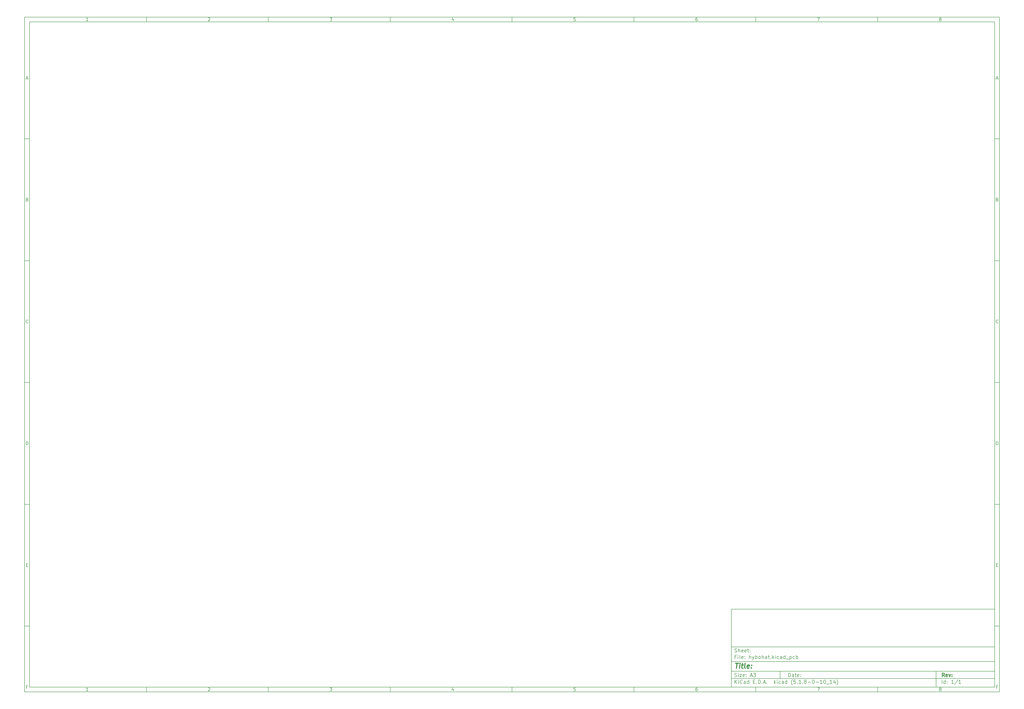
<source format=gbr>
G04 #@! TF.GenerationSoftware,KiCad,Pcbnew,(5.1.8-0-10_14)*
G04 #@! TF.CreationDate,2020-11-12T14:08:57+09:00*
G04 #@! TF.ProjectId,hybohat,6879626f-6861-4742-9e6b-696361645f70,rev?*
G04 #@! TF.SameCoordinates,Original*
G04 #@! TF.FileFunction,Paste,Bot*
G04 #@! TF.FilePolarity,Positive*
%FSLAX46Y46*%
G04 Gerber Fmt 4.6, Leading zero omitted, Abs format (unit mm)*
G04 Created by KiCad (PCBNEW (5.1.8-0-10_14)) date 2020-11-12 14:08:57*
%MOMM*%
%LPD*%
G01*
G04 APERTURE LIST*
%ADD10C,0.100000*%
%ADD11C,0.150000*%
%ADD12C,0.300000*%
%ADD13C,0.400000*%
G04 APERTURE END LIST*
D10*
D11*
X299989000Y-253002200D02*
X299989000Y-285002200D01*
X407989000Y-285002200D01*
X407989000Y-253002200D01*
X299989000Y-253002200D01*
D10*
D11*
X10000000Y-10000000D02*
X10000000Y-287002200D01*
X409989000Y-287002200D01*
X409989000Y-10000000D01*
X10000000Y-10000000D01*
D10*
D11*
X12000000Y-12000000D02*
X12000000Y-285002200D01*
X407989000Y-285002200D01*
X407989000Y-12000000D01*
X12000000Y-12000000D01*
D10*
D11*
X60000000Y-12000000D02*
X60000000Y-10000000D01*
D10*
D11*
X110000000Y-12000000D02*
X110000000Y-10000000D01*
D10*
D11*
X160000000Y-12000000D02*
X160000000Y-10000000D01*
D10*
D11*
X210000000Y-12000000D02*
X210000000Y-10000000D01*
D10*
D11*
X260000000Y-12000000D02*
X260000000Y-10000000D01*
D10*
D11*
X310000000Y-12000000D02*
X310000000Y-10000000D01*
D10*
D11*
X360000000Y-12000000D02*
X360000000Y-10000000D01*
D10*
D11*
X36065476Y-11588095D02*
X35322619Y-11588095D01*
X35694047Y-11588095D02*
X35694047Y-10288095D01*
X35570238Y-10473809D01*
X35446428Y-10597619D01*
X35322619Y-10659523D01*
D10*
D11*
X85322619Y-10411904D02*
X85384523Y-10350000D01*
X85508333Y-10288095D01*
X85817857Y-10288095D01*
X85941666Y-10350000D01*
X86003571Y-10411904D01*
X86065476Y-10535714D01*
X86065476Y-10659523D01*
X86003571Y-10845238D01*
X85260714Y-11588095D01*
X86065476Y-11588095D01*
D10*
D11*
X135260714Y-10288095D02*
X136065476Y-10288095D01*
X135632142Y-10783333D01*
X135817857Y-10783333D01*
X135941666Y-10845238D01*
X136003571Y-10907142D01*
X136065476Y-11030952D01*
X136065476Y-11340476D01*
X136003571Y-11464285D01*
X135941666Y-11526190D01*
X135817857Y-11588095D01*
X135446428Y-11588095D01*
X135322619Y-11526190D01*
X135260714Y-11464285D01*
D10*
D11*
X185941666Y-10721428D02*
X185941666Y-11588095D01*
X185632142Y-10226190D02*
X185322619Y-11154761D01*
X186127380Y-11154761D01*
D10*
D11*
X236003571Y-10288095D02*
X235384523Y-10288095D01*
X235322619Y-10907142D01*
X235384523Y-10845238D01*
X235508333Y-10783333D01*
X235817857Y-10783333D01*
X235941666Y-10845238D01*
X236003571Y-10907142D01*
X236065476Y-11030952D01*
X236065476Y-11340476D01*
X236003571Y-11464285D01*
X235941666Y-11526190D01*
X235817857Y-11588095D01*
X235508333Y-11588095D01*
X235384523Y-11526190D01*
X235322619Y-11464285D01*
D10*
D11*
X285941666Y-10288095D02*
X285694047Y-10288095D01*
X285570238Y-10350000D01*
X285508333Y-10411904D01*
X285384523Y-10597619D01*
X285322619Y-10845238D01*
X285322619Y-11340476D01*
X285384523Y-11464285D01*
X285446428Y-11526190D01*
X285570238Y-11588095D01*
X285817857Y-11588095D01*
X285941666Y-11526190D01*
X286003571Y-11464285D01*
X286065476Y-11340476D01*
X286065476Y-11030952D01*
X286003571Y-10907142D01*
X285941666Y-10845238D01*
X285817857Y-10783333D01*
X285570238Y-10783333D01*
X285446428Y-10845238D01*
X285384523Y-10907142D01*
X285322619Y-11030952D01*
D10*
D11*
X335260714Y-10288095D02*
X336127380Y-10288095D01*
X335570238Y-11588095D01*
D10*
D11*
X385570238Y-10845238D02*
X385446428Y-10783333D01*
X385384523Y-10721428D01*
X385322619Y-10597619D01*
X385322619Y-10535714D01*
X385384523Y-10411904D01*
X385446428Y-10350000D01*
X385570238Y-10288095D01*
X385817857Y-10288095D01*
X385941666Y-10350000D01*
X386003571Y-10411904D01*
X386065476Y-10535714D01*
X386065476Y-10597619D01*
X386003571Y-10721428D01*
X385941666Y-10783333D01*
X385817857Y-10845238D01*
X385570238Y-10845238D01*
X385446428Y-10907142D01*
X385384523Y-10969047D01*
X385322619Y-11092857D01*
X385322619Y-11340476D01*
X385384523Y-11464285D01*
X385446428Y-11526190D01*
X385570238Y-11588095D01*
X385817857Y-11588095D01*
X385941666Y-11526190D01*
X386003571Y-11464285D01*
X386065476Y-11340476D01*
X386065476Y-11092857D01*
X386003571Y-10969047D01*
X385941666Y-10907142D01*
X385817857Y-10845238D01*
D10*
D11*
X60000000Y-285002200D02*
X60000000Y-287002200D01*
D10*
D11*
X110000000Y-285002200D02*
X110000000Y-287002200D01*
D10*
D11*
X160000000Y-285002200D02*
X160000000Y-287002200D01*
D10*
D11*
X210000000Y-285002200D02*
X210000000Y-287002200D01*
D10*
D11*
X260000000Y-285002200D02*
X260000000Y-287002200D01*
D10*
D11*
X310000000Y-285002200D02*
X310000000Y-287002200D01*
D10*
D11*
X360000000Y-285002200D02*
X360000000Y-287002200D01*
D10*
D11*
X36065476Y-286590295D02*
X35322619Y-286590295D01*
X35694047Y-286590295D02*
X35694047Y-285290295D01*
X35570238Y-285476009D01*
X35446428Y-285599819D01*
X35322619Y-285661723D01*
D10*
D11*
X85322619Y-285414104D02*
X85384523Y-285352200D01*
X85508333Y-285290295D01*
X85817857Y-285290295D01*
X85941666Y-285352200D01*
X86003571Y-285414104D01*
X86065476Y-285537914D01*
X86065476Y-285661723D01*
X86003571Y-285847438D01*
X85260714Y-286590295D01*
X86065476Y-286590295D01*
D10*
D11*
X135260714Y-285290295D02*
X136065476Y-285290295D01*
X135632142Y-285785533D01*
X135817857Y-285785533D01*
X135941666Y-285847438D01*
X136003571Y-285909342D01*
X136065476Y-286033152D01*
X136065476Y-286342676D01*
X136003571Y-286466485D01*
X135941666Y-286528390D01*
X135817857Y-286590295D01*
X135446428Y-286590295D01*
X135322619Y-286528390D01*
X135260714Y-286466485D01*
D10*
D11*
X185941666Y-285723628D02*
X185941666Y-286590295D01*
X185632142Y-285228390D02*
X185322619Y-286156961D01*
X186127380Y-286156961D01*
D10*
D11*
X236003571Y-285290295D02*
X235384523Y-285290295D01*
X235322619Y-285909342D01*
X235384523Y-285847438D01*
X235508333Y-285785533D01*
X235817857Y-285785533D01*
X235941666Y-285847438D01*
X236003571Y-285909342D01*
X236065476Y-286033152D01*
X236065476Y-286342676D01*
X236003571Y-286466485D01*
X235941666Y-286528390D01*
X235817857Y-286590295D01*
X235508333Y-286590295D01*
X235384523Y-286528390D01*
X235322619Y-286466485D01*
D10*
D11*
X285941666Y-285290295D02*
X285694047Y-285290295D01*
X285570238Y-285352200D01*
X285508333Y-285414104D01*
X285384523Y-285599819D01*
X285322619Y-285847438D01*
X285322619Y-286342676D01*
X285384523Y-286466485D01*
X285446428Y-286528390D01*
X285570238Y-286590295D01*
X285817857Y-286590295D01*
X285941666Y-286528390D01*
X286003571Y-286466485D01*
X286065476Y-286342676D01*
X286065476Y-286033152D01*
X286003571Y-285909342D01*
X285941666Y-285847438D01*
X285817857Y-285785533D01*
X285570238Y-285785533D01*
X285446428Y-285847438D01*
X285384523Y-285909342D01*
X285322619Y-286033152D01*
D10*
D11*
X335260714Y-285290295D02*
X336127380Y-285290295D01*
X335570238Y-286590295D01*
D10*
D11*
X385570238Y-285847438D02*
X385446428Y-285785533D01*
X385384523Y-285723628D01*
X385322619Y-285599819D01*
X385322619Y-285537914D01*
X385384523Y-285414104D01*
X385446428Y-285352200D01*
X385570238Y-285290295D01*
X385817857Y-285290295D01*
X385941666Y-285352200D01*
X386003571Y-285414104D01*
X386065476Y-285537914D01*
X386065476Y-285599819D01*
X386003571Y-285723628D01*
X385941666Y-285785533D01*
X385817857Y-285847438D01*
X385570238Y-285847438D01*
X385446428Y-285909342D01*
X385384523Y-285971247D01*
X385322619Y-286095057D01*
X385322619Y-286342676D01*
X385384523Y-286466485D01*
X385446428Y-286528390D01*
X385570238Y-286590295D01*
X385817857Y-286590295D01*
X385941666Y-286528390D01*
X386003571Y-286466485D01*
X386065476Y-286342676D01*
X386065476Y-286095057D01*
X386003571Y-285971247D01*
X385941666Y-285909342D01*
X385817857Y-285847438D01*
D10*
D11*
X10000000Y-60000000D02*
X12000000Y-60000000D01*
D10*
D11*
X10000000Y-110000000D02*
X12000000Y-110000000D01*
D10*
D11*
X10000000Y-160000000D02*
X12000000Y-160000000D01*
D10*
D11*
X10000000Y-210000000D02*
X12000000Y-210000000D01*
D10*
D11*
X10000000Y-260000000D02*
X12000000Y-260000000D01*
D10*
D11*
X10690476Y-35216666D02*
X11309523Y-35216666D01*
X10566666Y-35588095D02*
X11000000Y-34288095D01*
X11433333Y-35588095D01*
D10*
D11*
X11092857Y-84907142D02*
X11278571Y-84969047D01*
X11340476Y-85030952D01*
X11402380Y-85154761D01*
X11402380Y-85340476D01*
X11340476Y-85464285D01*
X11278571Y-85526190D01*
X11154761Y-85588095D01*
X10659523Y-85588095D01*
X10659523Y-84288095D01*
X11092857Y-84288095D01*
X11216666Y-84350000D01*
X11278571Y-84411904D01*
X11340476Y-84535714D01*
X11340476Y-84659523D01*
X11278571Y-84783333D01*
X11216666Y-84845238D01*
X11092857Y-84907142D01*
X10659523Y-84907142D01*
D10*
D11*
X11402380Y-135464285D02*
X11340476Y-135526190D01*
X11154761Y-135588095D01*
X11030952Y-135588095D01*
X10845238Y-135526190D01*
X10721428Y-135402380D01*
X10659523Y-135278571D01*
X10597619Y-135030952D01*
X10597619Y-134845238D01*
X10659523Y-134597619D01*
X10721428Y-134473809D01*
X10845238Y-134350000D01*
X11030952Y-134288095D01*
X11154761Y-134288095D01*
X11340476Y-134350000D01*
X11402380Y-134411904D01*
D10*
D11*
X10659523Y-185588095D02*
X10659523Y-184288095D01*
X10969047Y-184288095D01*
X11154761Y-184350000D01*
X11278571Y-184473809D01*
X11340476Y-184597619D01*
X11402380Y-184845238D01*
X11402380Y-185030952D01*
X11340476Y-185278571D01*
X11278571Y-185402380D01*
X11154761Y-185526190D01*
X10969047Y-185588095D01*
X10659523Y-185588095D01*
D10*
D11*
X10721428Y-234907142D02*
X11154761Y-234907142D01*
X11340476Y-235588095D02*
X10721428Y-235588095D01*
X10721428Y-234288095D01*
X11340476Y-234288095D01*
D10*
D11*
X11185714Y-284907142D02*
X10752380Y-284907142D01*
X10752380Y-285588095D02*
X10752380Y-284288095D01*
X11371428Y-284288095D01*
D10*
D11*
X409989000Y-60000000D02*
X407989000Y-60000000D01*
D10*
D11*
X409989000Y-110000000D02*
X407989000Y-110000000D01*
D10*
D11*
X409989000Y-160000000D02*
X407989000Y-160000000D01*
D10*
D11*
X409989000Y-210000000D02*
X407989000Y-210000000D01*
D10*
D11*
X409989000Y-260000000D02*
X407989000Y-260000000D01*
D10*
D11*
X408679476Y-35216666D02*
X409298523Y-35216666D01*
X408555666Y-35588095D02*
X408989000Y-34288095D01*
X409422333Y-35588095D01*
D10*
D11*
X409081857Y-84907142D02*
X409267571Y-84969047D01*
X409329476Y-85030952D01*
X409391380Y-85154761D01*
X409391380Y-85340476D01*
X409329476Y-85464285D01*
X409267571Y-85526190D01*
X409143761Y-85588095D01*
X408648523Y-85588095D01*
X408648523Y-84288095D01*
X409081857Y-84288095D01*
X409205666Y-84350000D01*
X409267571Y-84411904D01*
X409329476Y-84535714D01*
X409329476Y-84659523D01*
X409267571Y-84783333D01*
X409205666Y-84845238D01*
X409081857Y-84907142D01*
X408648523Y-84907142D01*
D10*
D11*
X409391380Y-135464285D02*
X409329476Y-135526190D01*
X409143761Y-135588095D01*
X409019952Y-135588095D01*
X408834238Y-135526190D01*
X408710428Y-135402380D01*
X408648523Y-135278571D01*
X408586619Y-135030952D01*
X408586619Y-134845238D01*
X408648523Y-134597619D01*
X408710428Y-134473809D01*
X408834238Y-134350000D01*
X409019952Y-134288095D01*
X409143761Y-134288095D01*
X409329476Y-134350000D01*
X409391380Y-134411904D01*
D10*
D11*
X408648523Y-185588095D02*
X408648523Y-184288095D01*
X408958047Y-184288095D01*
X409143761Y-184350000D01*
X409267571Y-184473809D01*
X409329476Y-184597619D01*
X409391380Y-184845238D01*
X409391380Y-185030952D01*
X409329476Y-185278571D01*
X409267571Y-185402380D01*
X409143761Y-185526190D01*
X408958047Y-185588095D01*
X408648523Y-185588095D01*
D10*
D11*
X408710428Y-234907142D02*
X409143761Y-234907142D01*
X409329476Y-235588095D02*
X408710428Y-235588095D01*
X408710428Y-234288095D01*
X409329476Y-234288095D01*
D10*
D11*
X409174714Y-284907142D02*
X408741380Y-284907142D01*
X408741380Y-285588095D02*
X408741380Y-284288095D01*
X409360428Y-284288095D01*
D10*
D11*
X323421142Y-280780771D02*
X323421142Y-279280771D01*
X323778285Y-279280771D01*
X323992571Y-279352200D01*
X324135428Y-279495057D01*
X324206857Y-279637914D01*
X324278285Y-279923628D01*
X324278285Y-280137914D01*
X324206857Y-280423628D01*
X324135428Y-280566485D01*
X323992571Y-280709342D01*
X323778285Y-280780771D01*
X323421142Y-280780771D01*
X325564000Y-280780771D02*
X325564000Y-279995057D01*
X325492571Y-279852200D01*
X325349714Y-279780771D01*
X325064000Y-279780771D01*
X324921142Y-279852200D01*
X325564000Y-280709342D02*
X325421142Y-280780771D01*
X325064000Y-280780771D01*
X324921142Y-280709342D01*
X324849714Y-280566485D01*
X324849714Y-280423628D01*
X324921142Y-280280771D01*
X325064000Y-280209342D01*
X325421142Y-280209342D01*
X325564000Y-280137914D01*
X326064000Y-279780771D02*
X326635428Y-279780771D01*
X326278285Y-279280771D02*
X326278285Y-280566485D01*
X326349714Y-280709342D01*
X326492571Y-280780771D01*
X326635428Y-280780771D01*
X327706857Y-280709342D02*
X327564000Y-280780771D01*
X327278285Y-280780771D01*
X327135428Y-280709342D01*
X327064000Y-280566485D01*
X327064000Y-279995057D01*
X327135428Y-279852200D01*
X327278285Y-279780771D01*
X327564000Y-279780771D01*
X327706857Y-279852200D01*
X327778285Y-279995057D01*
X327778285Y-280137914D01*
X327064000Y-280280771D01*
X328421142Y-280637914D02*
X328492571Y-280709342D01*
X328421142Y-280780771D01*
X328349714Y-280709342D01*
X328421142Y-280637914D01*
X328421142Y-280780771D01*
X328421142Y-279852200D02*
X328492571Y-279923628D01*
X328421142Y-279995057D01*
X328349714Y-279923628D01*
X328421142Y-279852200D01*
X328421142Y-279995057D01*
D10*
D11*
X299989000Y-281502200D02*
X407989000Y-281502200D01*
D10*
D11*
X301421142Y-283580771D02*
X301421142Y-282080771D01*
X302278285Y-283580771D02*
X301635428Y-282723628D01*
X302278285Y-282080771D02*
X301421142Y-282937914D01*
X302921142Y-283580771D02*
X302921142Y-282580771D01*
X302921142Y-282080771D02*
X302849714Y-282152200D01*
X302921142Y-282223628D01*
X302992571Y-282152200D01*
X302921142Y-282080771D01*
X302921142Y-282223628D01*
X304492571Y-283437914D02*
X304421142Y-283509342D01*
X304206857Y-283580771D01*
X304064000Y-283580771D01*
X303849714Y-283509342D01*
X303706857Y-283366485D01*
X303635428Y-283223628D01*
X303564000Y-282937914D01*
X303564000Y-282723628D01*
X303635428Y-282437914D01*
X303706857Y-282295057D01*
X303849714Y-282152200D01*
X304064000Y-282080771D01*
X304206857Y-282080771D01*
X304421142Y-282152200D01*
X304492571Y-282223628D01*
X305778285Y-283580771D02*
X305778285Y-282795057D01*
X305706857Y-282652200D01*
X305564000Y-282580771D01*
X305278285Y-282580771D01*
X305135428Y-282652200D01*
X305778285Y-283509342D02*
X305635428Y-283580771D01*
X305278285Y-283580771D01*
X305135428Y-283509342D01*
X305064000Y-283366485D01*
X305064000Y-283223628D01*
X305135428Y-283080771D01*
X305278285Y-283009342D01*
X305635428Y-283009342D01*
X305778285Y-282937914D01*
X307135428Y-283580771D02*
X307135428Y-282080771D01*
X307135428Y-283509342D02*
X306992571Y-283580771D01*
X306706857Y-283580771D01*
X306564000Y-283509342D01*
X306492571Y-283437914D01*
X306421142Y-283295057D01*
X306421142Y-282866485D01*
X306492571Y-282723628D01*
X306564000Y-282652200D01*
X306706857Y-282580771D01*
X306992571Y-282580771D01*
X307135428Y-282652200D01*
X308992571Y-282795057D02*
X309492571Y-282795057D01*
X309706857Y-283580771D02*
X308992571Y-283580771D01*
X308992571Y-282080771D01*
X309706857Y-282080771D01*
X310349714Y-283437914D02*
X310421142Y-283509342D01*
X310349714Y-283580771D01*
X310278285Y-283509342D01*
X310349714Y-283437914D01*
X310349714Y-283580771D01*
X311064000Y-283580771D02*
X311064000Y-282080771D01*
X311421142Y-282080771D01*
X311635428Y-282152200D01*
X311778285Y-282295057D01*
X311849714Y-282437914D01*
X311921142Y-282723628D01*
X311921142Y-282937914D01*
X311849714Y-283223628D01*
X311778285Y-283366485D01*
X311635428Y-283509342D01*
X311421142Y-283580771D01*
X311064000Y-283580771D01*
X312564000Y-283437914D02*
X312635428Y-283509342D01*
X312564000Y-283580771D01*
X312492571Y-283509342D01*
X312564000Y-283437914D01*
X312564000Y-283580771D01*
X313206857Y-283152200D02*
X313921142Y-283152200D01*
X313064000Y-283580771D02*
X313564000Y-282080771D01*
X314064000Y-283580771D01*
X314564000Y-283437914D02*
X314635428Y-283509342D01*
X314564000Y-283580771D01*
X314492571Y-283509342D01*
X314564000Y-283437914D01*
X314564000Y-283580771D01*
X317564000Y-283580771D02*
X317564000Y-282080771D01*
X317706857Y-283009342D02*
X318135428Y-283580771D01*
X318135428Y-282580771D02*
X317564000Y-283152200D01*
X318778285Y-283580771D02*
X318778285Y-282580771D01*
X318778285Y-282080771D02*
X318706857Y-282152200D01*
X318778285Y-282223628D01*
X318849714Y-282152200D01*
X318778285Y-282080771D01*
X318778285Y-282223628D01*
X320135428Y-283509342D02*
X319992571Y-283580771D01*
X319706857Y-283580771D01*
X319564000Y-283509342D01*
X319492571Y-283437914D01*
X319421142Y-283295057D01*
X319421142Y-282866485D01*
X319492571Y-282723628D01*
X319564000Y-282652200D01*
X319706857Y-282580771D01*
X319992571Y-282580771D01*
X320135428Y-282652200D01*
X321421142Y-283580771D02*
X321421142Y-282795057D01*
X321349714Y-282652200D01*
X321206857Y-282580771D01*
X320921142Y-282580771D01*
X320778285Y-282652200D01*
X321421142Y-283509342D02*
X321278285Y-283580771D01*
X320921142Y-283580771D01*
X320778285Y-283509342D01*
X320706857Y-283366485D01*
X320706857Y-283223628D01*
X320778285Y-283080771D01*
X320921142Y-283009342D01*
X321278285Y-283009342D01*
X321421142Y-282937914D01*
X322778285Y-283580771D02*
X322778285Y-282080771D01*
X322778285Y-283509342D02*
X322635428Y-283580771D01*
X322349714Y-283580771D01*
X322206857Y-283509342D01*
X322135428Y-283437914D01*
X322064000Y-283295057D01*
X322064000Y-282866485D01*
X322135428Y-282723628D01*
X322206857Y-282652200D01*
X322349714Y-282580771D01*
X322635428Y-282580771D01*
X322778285Y-282652200D01*
X325064000Y-284152200D02*
X324992571Y-284080771D01*
X324849714Y-283866485D01*
X324778285Y-283723628D01*
X324706857Y-283509342D01*
X324635428Y-283152200D01*
X324635428Y-282866485D01*
X324706857Y-282509342D01*
X324778285Y-282295057D01*
X324849714Y-282152200D01*
X324992571Y-281937914D01*
X325064000Y-281866485D01*
X326349714Y-282080771D02*
X325635428Y-282080771D01*
X325564000Y-282795057D01*
X325635428Y-282723628D01*
X325778285Y-282652200D01*
X326135428Y-282652200D01*
X326278285Y-282723628D01*
X326349714Y-282795057D01*
X326421142Y-282937914D01*
X326421142Y-283295057D01*
X326349714Y-283437914D01*
X326278285Y-283509342D01*
X326135428Y-283580771D01*
X325778285Y-283580771D01*
X325635428Y-283509342D01*
X325564000Y-283437914D01*
X327064000Y-283437914D02*
X327135428Y-283509342D01*
X327064000Y-283580771D01*
X326992571Y-283509342D01*
X327064000Y-283437914D01*
X327064000Y-283580771D01*
X328564000Y-283580771D02*
X327706857Y-283580771D01*
X328135428Y-283580771D02*
X328135428Y-282080771D01*
X327992571Y-282295057D01*
X327849714Y-282437914D01*
X327706857Y-282509342D01*
X329206857Y-283437914D02*
X329278285Y-283509342D01*
X329206857Y-283580771D01*
X329135428Y-283509342D01*
X329206857Y-283437914D01*
X329206857Y-283580771D01*
X330135428Y-282723628D02*
X329992571Y-282652200D01*
X329921142Y-282580771D01*
X329849714Y-282437914D01*
X329849714Y-282366485D01*
X329921142Y-282223628D01*
X329992571Y-282152200D01*
X330135428Y-282080771D01*
X330421142Y-282080771D01*
X330564000Y-282152200D01*
X330635428Y-282223628D01*
X330706857Y-282366485D01*
X330706857Y-282437914D01*
X330635428Y-282580771D01*
X330564000Y-282652200D01*
X330421142Y-282723628D01*
X330135428Y-282723628D01*
X329992571Y-282795057D01*
X329921142Y-282866485D01*
X329849714Y-283009342D01*
X329849714Y-283295057D01*
X329921142Y-283437914D01*
X329992571Y-283509342D01*
X330135428Y-283580771D01*
X330421142Y-283580771D01*
X330564000Y-283509342D01*
X330635428Y-283437914D01*
X330706857Y-283295057D01*
X330706857Y-283009342D01*
X330635428Y-282866485D01*
X330564000Y-282795057D01*
X330421142Y-282723628D01*
X331349714Y-283009342D02*
X332492571Y-283009342D01*
X333492571Y-282080771D02*
X333635428Y-282080771D01*
X333778285Y-282152200D01*
X333849714Y-282223628D01*
X333921142Y-282366485D01*
X333992571Y-282652200D01*
X333992571Y-283009342D01*
X333921142Y-283295057D01*
X333849714Y-283437914D01*
X333778285Y-283509342D01*
X333635428Y-283580771D01*
X333492571Y-283580771D01*
X333349714Y-283509342D01*
X333278285Y-283437914D01*
X333206857Y-283295057D01*
X333135428Y-283009342D01*
X333135428Y-282652200D01*
X333206857Y-282366485D01*
X333278285Y-282223628D01*
X333349714Y-282152200D01*
X333492571Y-282080771D01*
X334635428Y-283009342D02*
X335778285Y-283009342D01*
X337278285Y-283580771D02*
X336421142Y-283580771D01*
X336849714Y-283580771D02*
X336849714Y-282080771D01*
X336706857Y-282295057D01*
X336564000Y-282437914D01*
X336421142Y-282509342D01*
X338206857Y-282080771D02*
X338349714Y-282080771D01*
X338492571Y-282152200D01*
X338564000Y-282223628D01*
X338635428Y-282366485D01*
X338706857Y-282652200D01*
X338706857Y-283009342D01*
X338635428Y-283295057D01*
X338564000Y-283437914D01*
X338492571Y-283509342D01*
X338349714Y-283580771D01*
X338206857Y-283580771D01*
X338064000Y-283509342D01*
X337992571Y-283437914D01*
X337921142Y-283295057D01*
X337849714Y-283009342D01*
X337849714Y-282652200D01*
X337921142Y-282366485D01*
X337992571Y-282223628D01*
X338064000Y-282152200D01*
X338206857Y-282080771D01*
X338992571Y-283723628D02*
X340135428Y-283723628D01*
X341278285Y-283580771D02*
X340421142Y-283580771D01*
X340849714Y-283580771D02*
X340849714Y-282080771D01*
X340706857Y-282295057D01*
X340564000Y-282437914D01*
X340421142Y-282509342D01*
X342564000Y-282580771D02*
X342564000Y-283580771D01*
X342206857Y-282009342D02*
X341849714Y-283080771D01*
X342778285Y-283080771D01*
X343206857Y-284152200D02*
X343278285Y-284080771D01*
X343421142Y-283866485D01*
X343492571Y-283723628D01*
X343564000Y-283509342D01*
X343635428Y-283152200D01*
X343635428Y-282866485D01*
X343564000Y-282509342D01*
X343492571Y-282295057D01*
X343421142Y-282152200D01*
X343278285Y-281937914D01*
X343206857Y-281866485D01*
D10*
D11*
X299989000Y-278502200D02*
X407989000Y-278502200D01*
D10*
D12*
X387398285Y-280780771D02*
X386898285Y-280066485D01*
X386541142Y-280780771D02*
X386541142Y-279280771D01*
X387112571Y-279280771D01*
X387255428Y-279352200D01*
X387326857Y-279423628D01*
X387398285Y-279566485D01*
X387398285Y-279780771D01*
X387326857Y-279923628D01*
X387255428Y-279995057D01*
X387112571Y-280066485D01*
X386541142Y-280066485D01*
X388612571Y-280709342D02*
X388469714Y-280780771D01*
X388184000Y-280780771D01*
X388041142Y-280709342D01*
X387969714Y-280566485D01*
X387969714Y-279995057D01*
X388041142Y-279852200D01*
X388184000Y-279780771D01*
X388469714Y-279780771D01*
X388612571Y-279852200D01*
X388684000Y-279995057D01*
X388684000Y-280137914D01*
X387969714Y-280280771D01*
X389184000Y-279780771D02*
X389541142Y-280780771D01*
X389898285Y-279780771D01*
X390469714Y-280637914D02*
X390541142Y-280709342D01*
X390469714Y-280780771D01*
X390398285Y-280709342D01*
X390469714Y-280637914D01*
X390469714Y-280780771D01*
X390469714Y-279852200D02*
X390541142Y-279923628D01*
X390469714Y-279995057D01*
X390398285Y-279923628D01*
X390469714Y-279852200D01*
X390469714Y-279995057D01*
D10*
D11*
X301349714Y-280709342D02*
X301564000Y-280780771D01*
X301921142Y-280780771D01*
X302064000Y-280709342D01*
X302135428Y-280637914D01*
X302206857Y-280495057D01*
X302206857Y-280352200D01*
X302135428Y-280209342D01*
X302064000Y-280137914D01*
X301921142Y-280066485D01*
X301635428Y-279995057D01*
X301492571Y-279923628D01*
X301421142Y-279852200D01*
X301349714Y-279709342D01*
X301349714Y-279566485D01*
X301421142Y-279423628D01*
X301492571Y-279352200D01*
X301635428Y-279280771D01*
X301992571Y-279280771D01*
X302206857Y-279352200D01*
X302849714Y-280780771D02*
X302849714Y-279780771D01*
X302849714Y-279280771D02*
X302778285Y-279352200D01*
X302849714Y-279423628D01*
X302921142Y-279352200D01*
X302849714Y-279280771D01*
X302849714Y-279423628D01*
X303421142Y-279780771D02*
X304206857Y-279780771D01*
X303421142Y-280780771D01*
X304206857Y-280780771D01*
X305349714Y-280709342D02*
X305206857Y-280780771D01*
X304921142Y-280780771D01*
X304778285Y-280709342D01*
X304706857Y-280566485D01*
X304706857Y-279995057D01*
X304778285Y-279852200D01*
X304921142Y-279780771D01*
X305206857Y-279780771D01*
X305349714Y-279852200D01*
X305421142Y-279995057D01*
X305421142Y-280137914D01*
X304706857Y-280280771D01*
X306064000Y-280637914D02*
X306135428Y-280709342D01*
X306064000Y-280780771D01*
X305992571Y-280709342D01*
X306064000Y-280637914D01*
X306064000Y-280780771D01*
X306064000Y-279852200D02*
X306135428Y-279923628D01*
X306064000Y-279995057D01*
X305992571Y-279923628D01*
X306064000Y-279852200D01*
X306064000Y-279995057D01*
X307849714Y-280352200D02*
X308564000Y-280352200D01*
X307706857Y-280780771D02*
X308206857Y-279280771D01*
X308706857Y-280780771D01*
X309064000Y-279280771D02*
X309992571Y-279280771D01*
X309492571Y-279852200D01*
X309706857Y-279852200D01*
X309849714Y-279923628D01*
X309921142Y-279995057D01*
X309992571Y-280137914D01*
X309992571Y-280495057D01*
X309921142Y-280637914D01*
X309849714Y-280709342D01*
X309706857Y-280780771D01*
X309278285Y-280780771D01*
X309135428Y-280709342D01*
X309064000Y-280637914D01*
D10*
D11*
X386421142Y-283580771D02*
X386421142Y-282080771D01*
X387778285Y-283580771D02*
X387778285Y-282080771D01*
X387778285Y-283509342D02*
X387635428Y-283580771D01*
X387349714Y-283580771D01*
X387206857Y-283509342D01*
X387135428Y-283437914D01*
X387064000Y-283295057D01*
X387064000Y-282866485D01*
X387135428Y-282723628D01*
X387206857Y-282652200D01*
X387349714Y-282580771D01*
X387635428Y-282580771D01*
X387778285Y-282652200D01*
X388492571Y-283437914D02*
X388564000Y-283509342D01*
X388492571Y-283580771D01*
X388421142Y-283509342D01*
X388492571Y-283437914D01*
X388492571Y-283580771D01*
X388492571Y-282652200D02*
X388564000Y-282723628D01*
X388492571Y-282795057D01*
X388421142Y-282723628D01*
X388492571Y-282652200D01*
X388492571Y-282795057D01*
X391135428Y-283580771D02*
X390278285Y-283580771D01*
X390706857Y-283580771D02*
X390706857Y-282080771D01*
X390564000Y-282295057D01*
X390421142Y-282437914D01*
X390278285Y-282509342D01*
X392849714Y-282009342D02*
X391564000Y-283937914D01*
X394135428Y-283580771D02*
X393278285Y-283580771D01*
X393706857Y-283580771D02*
X393706857Y-282080771D01*
X393564000Y-282295057D01*
X393421142Y-282437914D01*
X393278285Y-282509342D01*
D10*
D11*
X299989000Y-274502200D02*
X407989000Y-274502200D01*
D10*
D13*
X301701380Y-275206961D02*
X302844238Y-275206961D01*
X302022809Y-277206961D02*
X302272809Y-275206961D01*
X303260904Y-277206961D02*
X303427571Y-275873628D01*
X303510904Y-275206961D02*
X303403761Y-275302200D01*
X303487095Y-275397438D01*
X303594238Y-275302200D01*
X303510904Y-275206961D01*
X303487095Y-275397438D01*
X304094238Y-275873628D02*
X304856142Y-275873628D01*
X304463285Y-275206961D02*
X304249000Y-276921247D01*
X304320428Y-277111723D01*
X304499000Y-277206961D01*
X304689476Y-277206961D01*
X305641857Y-277206961D02*
X305463285Y-277111723D01*
X305391857Y-276921247D01*
X305606142Y-275206961D01*
X307177571Y-277111723D02*
X306975190Y-277206961D01*
X306594238Y-277206961D01*
X306415666Y-277111723D01*
X306344238Y-276921247D01*
X306439476Y-276159342D01*
X306558523Y-275968866D01*
X306760904Y-275873628D01*
X307141857Y-275873628D01*
X307320428Y-275968866D01*
X307391857Y-276159342D01*
X307368047Y-276349819D01*
X306391857Y-276540295D01*
X308141857Y-277016485D02*
X308225190Y-277111723D01*
X308118047Y-277206961D01*
X308034714Y-277111723D01*
X308141857Y-277016485D01*
X308118047Y-277206961D01*
X308272809Y-275968866D02*
X308356142Y-276064104D01*
X308249000Y-276159342D01*
X308165666Y-276064104D01*
X308272809Y-275968866D01*
X308249000Y-276159342D01*
D10*
D11*
X301921142Y-272595057D02*
X301421142Y-272595057D01*
X301421142Y-273380771D02*
X301421142Y-271880771D01*
X302135428Y-271880771D01*
X302706857Y-273380771D02*
X302706857Y-272380771D01*
X302706857Y-271880771D02*
X302635428Y-271952200D01*
X302706857Y-272023628D01*
X302778285Y-271952200D01*
X302706857Y-271880771D01*
X302706857Y-272023628D01*
X303635428Y-273380771D02*
X303492571Y-273309342D01*
X303421142Y-273166485D01*
X303421142Y-271880771D01*
X304778285Y-273309342D02*
X304635428Y-273380771D01*
X304349714Y-273380771D01*
X304206857Y-273309342D01*
X304135428Y-273166485D01*
X304135428Y-272595057D01*
X304206857Y-272452200D01*
X304349714Y-272380771D01*
X304635428Y-272380771D01*
X304778285Y-272452200D01*
X304849714Y-272595057D01*
X304849714Y-272737914D01*
X304135428Y-272880771D01*
X305492571Y-273237914D02*
X305564000Y-273309342D01*
X305492571Y-273380771D01*
X305421142Y-273309342D01*
X305492571Y-273237914D01*
X305492571Y-273380771D01*
X305492571Y-272452200D02*
X305564000Y-272523628D01*
X305492571Y-272595057D01*
X305421142Y-272523628D01*
X305492571Y-272452200D01*
X305492571Y-272595057D01*
X307349714Y-273380771D02*
X307349714Y-271880771D01*
X307992571Y-273380771D02*
X307992571Y-272595057D01*
X307921142Y-272452200D01*
X307778285Y-272380771D01*
X307564000Y-272380771D01*
X307421142Y-272452200D01*
X307349714Y-272523628D01*
X308564000Y-272380771D02*
X308921142Y-273380771D01*
X309278285Y-272380771D02*
X308921142Y-273380771D01*
X308778285Y-273737914D01*
X308706857Y-273809342D01*
X308564000Y-273880771D01*
X309849714Y-273380771D02*
X309849714Y-271880771D01*
X309849714Y-272452200D02*
X309992571Y-272380771D01*
X310278285Y-272380771D01*
X310421142Y-272452200D01*
X310492571Y-272523628D01*
X310564000Y-272666485D01*
X310564000Y-273095057D01*
X310492571Y-273237914D01*
X310421142Y-273309342D01*
X310278285Y-273380771D01*
X309992571Y-273380771D01*
X309849714Y-273309342D01*
X311421142Y-273380771D02*
X311278285Y-273309342D01*
X311206857Y-273237914D01*
X311135428Y-273095057D01*
X311135428Y-272666485D01*
X311206857Y-272523628D01*
X311278285Y-272452200D01*
X311421142Y-272380771D01*
X311635428Y-272380771D01*
X311778285Y-272452200D01*
X311849714Y-272523628D01*
X311921142Y-272666485D01*
X311921142Y-273095057D01*
X311849714Y-273237914D01*
X311778285Y-273309342D01*
X311635428Y-273380771D01*
X311421142Y-273380771D01*
X312564000Y-273380771D02*
X312564000Y-271880771D01*
X313206857Y-273380771D02*
X313206857Y-272595057D01*
X313135428Y-272452200D01*
X312992571Y-272380771D01*
X312778285Y-272380771D01*
X312635428Y-272452200D01*
X312564000Y-272523628D01*
X314564000Y-273380771D02*
X314564000Y-272595057D01*
X314492571Y-272452200D01*
X314349714Y-272380771D01*
X314064000Y-272380771D01*
X313921142Y-272452200D01*
X314564000Y-273309342D02*
X314421142Y-273380771D01*
X314064000Y-273380771D01*
X313921142Y-273309342D01*
X313849714Y-273166485D01*
X313849714Y-273023628D01*
X313921142Y-272880771D01*
X314064000Y-272809342D01*
X314421142Y-272809342D01*
X314564000Y-272737914D01*
X315064000Y-272380771D02*
X315635428Y-272380771D01*
X315278285Y-271880771D02*
X315278285Y-273166485D01*
X315349714Y-273309342D01*
X315492571Y-273380771D01*
X315635428Y-273380771D01*
X316135428Y-273237914D02*
X316206857Y-273309342D01*
X316135428Y-273380771D01*
X316064000Y-273309342D01*
X316135428Y-273237914D01*
X316135428Y-273380771D01*
X316849714Y-273380771D02*
X316849714Y-271880771D01*
X316992571Y-272809342D02*
X317421142Y-273380771D01*
X317421142Y-272380771D02*
X316849714Y-272952200D01*
X318064000Y-273380771D02*
X318064000Y-272380771D01*
X318064000Y-271880771D02*
X317992571Y-271952200D01*
X318064000Y-272023628D01*
X318135428Y-271952200D01*
X318064000Y-271880771D01*
X318064000Y-272023628D01*
X319421142Y-273309342D02*
X319278285Y-273380771D01*
X318992571Y-273380771D01*
X318849714Y-273309342D01*
X318778285Y-273237914D01*
X318706857Y-273095057D01*
X318706857Y-272666485D01*
X318778285Y-272523628D01*
X318849714Y-272452200D01*
X318992571Y-272380771D01*
X319278285Y-272380771D01*
X319421142Y-272452200D01*
X320706857Y-273380771D02*
X320706857Y-272595057D01*
X320635428Y-272452200D01*
X320492571Y-272380771D01*
X320206857Y-272380771D01*
X320064000Y-272452200D01*
X320706857Y-273309342D02*
X320564000Y-273380771D01*
X320206857Y-273380771D01*
X320064000Y-273309342D01*
X319992571Y-273166485D01*
X319992571Y-273023628D01*
X320064000Y-272880771D01*
X320206857Y-272809342D01*
X320564000Y-272809342D01*
X320706857Y-272737914D01*
X322064000Y-273380771D02*
X322064000Y-271880771D01*
X322064000Y-273309342D02*
X321921142Y-273380771D01*
X321635428Y-273380771D01*
X321492571Y-273309342D01*
X321421142Y-273237914D01*
X321349714Y-273095057D01*
X321349714Y-272666485D01*
X321421142Y-272523628D01*
X321492571Y-272452200D01*
X321635428Y-272380771D01*
X321921142Y-272380771D01*
X322064000Y-272452200D01*
X322421142Y-273523628D02*
X323564000Y-273523628D01*
X323921142Y-272380771D02*
X323921142Y-273880771D01*
X323921142Y-272452200D02*
X324064000Y-272380771D01*
X324349714Y-272380771D01*
X324492571Y-272452200D01*
X324564000Y-272523628D01*
X324635428Y-272666485D01*
X324635428Y-273095057D01*
X324564000Y-273237914D01*
X324492571Y-273309342D01*
X324349714Y-273380771D01*
X324064000Y-273380771D01*
X323921142Y-273309342D01*
X325921142Y-273309342D02*
X325778285Y-273380771D01*
X325492571Y-273380771D01*
X325349714Y-273309342D01*
X325278285Y-273237914D01*
X325206857Y-273095057D01*
X325206857Y-272666485D01*
X325278285Y-272523628D01*
X325349714Y-272452200D01*
X325492571Y-272380771D01*
X325778285Y-272380771D01*
X325921142Y-272452200D01*
X326564000Y-273380771D02*
X326564000Y-271880771D01*
X326564000Y-272452200D02*
X326706857Y-272380771D01*
X326992571Y-272380771D01*
X327135428Y-272452200D01*
X327206857Y-272523628D01*
X327278285Y-272666485D01*
X327278285Y-273095057D01*
X327206857Y-273237914D01*
X327135428Y-273309342D01*
X326992571Y-273380771D01*
X326706857Y-273380771D01*
X326564000Y-273309342D01*
D10*
D11*
X299989000Y-268502200D02*
X407989000Y-268502200D01*
D10*
D11*
X301349714Y-270609342D02*
X301564000Y-270680771D01*
X301921142Y-270680771D01*
X302064000Y-270609342D01*
X302135428Y-270537914D01*
X302206857Y-270395057D01*
X302206857Y-270252200D01*
X302135428Y-270109342D01*
X302064000Y-270037914D01*
X301921142Y-269966485D01*
X301635428Y-269895057D01*
X301492571Y-269823628D01*
X301421142Y-269752200D01*
X301349714Y-269609342D01*
X301349714Y-269466485D01*
X301421142Y-269323628D01*
X301492571Y-269252200D01*
X301635428Y-269180771D01*
X301992571Y-269180771D01*
X302206857Y-269252200D01*
X302849714Y-270680771D02*
X302849714Y-269180771D01*
X303492571Y-270680771D02*
X303492571Y-269895057D01*
X303421142Y-269752200D01*
X303278285Y-269680771D01*
X303064000Y-269680771D01*
X302921142Y-269752200D01*
X302849714Y-269823628D01*
X304778285Y-270609342D02*
X304635428Y-270680771D01*
X304349714Y-270680771D01*
X304206857Y-270609342D01*
X304135428Y-270466485D01*
X304135428Y-269895057D01*
X304206857Y-269752200D01*
X304349714Y-269680771D01*
X304635428Y-269680771D01*
X304778285Y-269752200D01*
X304849714Y-269895057D01*
X304849714Y-270037914D01*
X304135428Y-270180771D01*
X306064000Y-270609342D02*
X305921142Y-270680771D01*
X305635428Y-270680771D01*
X305492571Y-270609342D01*
X305421142Y-270466485D01*
X305421142Y-269895057D01*
X305492571Y-269752200D01*
X305635428Y-269680771D01*
X305921142Y-269680771D01*
X306064000Y-269752200D01*
X306135428Y-269895057D01*
X306135428Y-270037914D01*
X305421142Y-270180771D01*
X306564000Y-269680771D02*
X307135428Y-269680771D01*
X306778285Y-269180771D02*
X306778285Y-270466485D01*
X306849714Y-270609342D01*
X306992571Y-270680771D01*
X307135428Y-270680771D01*
X307635428Y-270537914D02*
X307706857Y-270609342D01*
X307635428Y-270680771D01*
X307564000Y-270609342D01*
X307635428Y-270537914D01*
X307635428Y-270680771D01*
X307635428Y-269752200D02*
X307706857Y-269823628D01*
X307635428Y-269895057D01*
X307564000Y-269823628D01*
X307635428Y-269752200D01*
X307635428Y-269895057D01*
D10*
D11*
X319989000Y-278502200D02*
X319989000Y-281502200D01*
D10*
D11*
X383989000Y-278502200D02*
X383989000Y-285002200D01*
M02*

</source>
